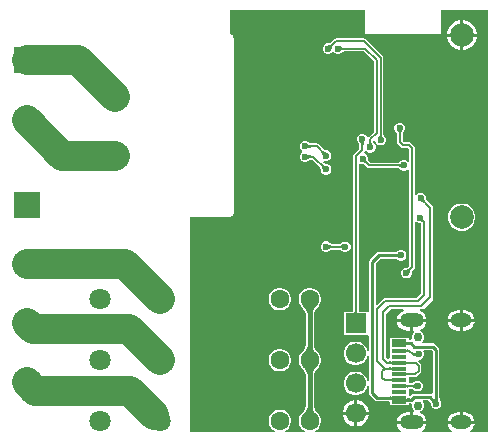
<source format=gtl>
G04*
G04 #@! TF.GenerationSoftware,Altium Limited,Altium Designer,23.4.1 (23)*
G04*
G04 Layer_Physical_Order=1*
G04 Layer_Color=255*
%FSLAX25Y25*%
%MOIN*%
G70*
G04*
G04 #@! TF.SameCoordinates,8CB6A174-BB40-4334-975E-19112FE07875*
G04*
G04*
G04 #@! TF.FilePolarity,Positive*
G04*
G01*
G75*
%ADD11C,0.01000*%
%ADD12R,0.05118X0.01181*%
%ADD25C,0.00800*%
%ADD26C,0.01500*%
%ADD27C,0.00600*%
%ADD28C,0.10000*%
%ADD29R,0.06693X0.06693*%
%ADD30C,0.06693*%
%ADD31R,0.09055X0.09055*%
%ADD32C,0.09055*%
%ADD33C,0.07874*%
%ADD34O,0.07874X0.04724*%
%ADD35O,0.07087X0.04724*%
%ADD36C,0.02953*%
%ADD37C,0.07087*%
%ADD38C,0.06299*%
%ADD39C,0.02362*%
%ADD40C,0.02000*%
%ADD41C,0.01968*%
G36*
X166324Y-119024D02*
X160536D01*
X160366Y-118524D01*
X160911Y-118106D01*
X161450Y-117404D01*
X161788Y-116586D01*
X161838Y-116208D01*
X157332D01*
X152825D01*
X152875Y-116586D01*
X153214Y-117404D01*
X153753Y-118106D01*
X154297Y-118524D01*
X154127Y-119024D01*
X144473D01*
X144303Y-118524D01*
X144847Y-118106D01*
X145386Y-117404D01*
X145725Y-116586D01*
X145775Y-116208D01*
X140875D01*
X135974D01*
X136024Y-116586D01*
X136363Y-117404D01*
X136902Y-118106D01*
X137446Y-118524D01*
X137276Y-119024D01*
X108777D01*
X108643Y-118524D01*
X109202Y-118200D01*
X109900Y-117502D01*
X110394Y-116647D01*
X110650Y-115694D01*
Y-114706D01*
X110394Y-113753D01*
X109900Y-112898D01*
X109616Y-112613D01*
X109570Y-112497D01*
X109305Y-112225D01*
X109080Y-111971D01*
X108886Y-111724D01*
X108721Y-111485D01*
X108586Y-111255D01*
X108479Y-111035D01*
X108398Y-110826D01*
X108343Y-110626D01*
X108311Y-110435D01*
X108298Y-110214D01*
X108276Y-110169D01*
Y-99931D01*
X108298Y-99886D01*
X108311Y-99665D01*
X108343Y-99474D01*
X108398Y-99274D01*
X108479Y-99065D01*
X108586Y-98845D01*
X108722Y-98615D01*
X108881Y-98384D01*
X109311Y-97868D01*
X109570Y-97602D01*
X109616Y-97487D01*
X109900Y-97202D01*
X110394Y-96347D01*
X110650Y-95394D01*
Y-94406D01*
X110394Y-93453D01*
X109900Y-92598D01*
X109616Y-92313D01*
X109570Y-92198D01*
X109305Y-91925D01*
X109080Y-91671D01*
X108886Y-91424D01*
X108721Y-91185D01*
X108586Y-90955D01*
X108479Y-90735D01*
X108398Y-90526D01*
X108343Y-90326D01*
X108311Y-90135D01*
X108298Y-89914D01*
X108276Y-89869D01*
Y-79631D01*
X108298Y-79586D01*
X108311Y-79365D01*
X108343Y-79174D01*
X108398Y-78974D01*
X108479Y-78765D01*
X108586Y-78545D01*
X108722Y-78315D01*
X108881Y-78084D01*
X109311Y-77568D01*
X109570Y-77302D01*
X109616Y-77187D01*
X109900Y-76902D01*
X110394Y-76047D01*
X110650Y-75094D01*
Y-74106D01*
X110394Y-73153D01*
X109900Y-72298D01*
X109202Y-71600D01*
X108347Y-71106D01*
X107394Y-70850D01*
X106406D01*
X105453Y-71106D01*
X104598Y-71600D01*
X103900Y-72298D01*
X103406Y-73153D01*
X103150Y-74106D01*
Y-75094D01*
X103406Y-76047D01*
X103900Y-76902D01*
X104184Y-77187D01*
X104230Y-77302D01*
X104495Y-77575D01*
X104720Y-77829D01*
X104914Y-78076D01*
X105078Y-78315D01*
X105214Y-78545D01*
X105321Y-78765D01*
X105402Y-78974D01*
X105457Y-79174D01*
X105489Y-79365D01*
X105502Y-79586D01*
X105524Y-79631D01*
Y-89869D01*
X105502Y-89914D01*
X105489Y-90135D01*
X105457Y-90326D01*
X105402Y-90526D01*
X105321Y-90735D01*
X105214Y-90955D01*
X105078Y-91185D01*
X104919Y-91416D01*
X104489Y-91932D01*
X104230Y-92198D01*
X104184Y-92313D01*
X103900Y-92598D01*
X103406Y-93453D01*
X103150Y-94406D01*
Y-95394D01*
X103406Y-96347D01*
X103900Y-97202D01*
X104184Y-97487D01*
X104230Y-97602D01*
X104495Y-97875D01*
X104720Y-98129D01*
X104914Y-98376D01*
X105078Y-98615D01*
X105214Y-98845D01*
X105321Y-99065D01*
X105402Y-99274D01*
X105457Y-99474D01*
X105489Y-99665D01*
X105502Y-99886D01*
X105524Y-99931D01*
Y-110169D01*
X105502Y-110214D01*
X105489Y-110435D01*
X105457Y-110626D01*
X105402Y-110826D01*
X105321Y-111035D01*
X105214Y-111255D01*
X105078Y-111485D01*
X104919Y-111716D01*
X104489Y-112232D01*
X104230Y-112497D01*
X104184Y-112613D01*
X103900Y-112898D01*
X103406Y-113753D01*
X103150Y-114706D01*
Y-115694D01*
X103406Y-116647D01*
X103900Y-117502D01*
X104598Y-118200D01*
X105157Y-118524D01*
X105023Y-119024D01*
X98777D01*
X98643Y-118524D01*
X99202Y-118200D01*
X99900Y-117502D01*
X100394Y-116647D01*
X100650Y-115694D01*
Y-114706D01*
X100394Y-113753D01*
X99900Y-112898D01*
X99202Y-112200D01*
X98347Y-111706D01*
X97394Y-111450D01*
X96406D01*
X95453Y-111706D01*
X94598Y-112200D01*
X93900Y-112898D01*
X93406Y-113753D01*
X93150Y-114706D01*
Y-115694D01*
X93406Y-116647D01*
X93900Y-117502D01*
X94598Y-118200D01*
X95157Y-118524D01*
X95023Y-119024D01*
X67000D01*
Y-47122D01*
X80400D01*
X80829Y-47036D01*
X81193Y-46793D01*
X81436Y-46429D01*
X81522Y-46000D01*
Y12500D01*
X81436Y12929D01*
X81193Y13293D01*
X80829Y13536D01*
X80400Y13622D01*
Y21824D01*
X125400D01*
Y13705D01*
X150700D01*
Y21824D01*
X166324D01*
X166324Y-119024D01*
D02*
G37*
G36*
X108828Y-77133D02*
X108363Y-77691D01*
X108174Y-77966D01*
X108014Y-78237D01*
X107883Y-78505D01*
X107781Y-78771D01*
X107708Y-79033D01*
X107665Y-79293D01*
X107650Y-79549D01*
X106150D01*
X106135Y-79293D01*
X106092Y-79033D01*
X106019Y-78771D01*
X105917Y-78505D01*
X105786Y-78237D01*
X105626Y-77966D01*
X105437Y-77691D01*
X105219Y-77413D01*
X104972Y-77133D01*
X104695Y-76849D01*
X109105D01*
X108828Y-77133D01*
D02*
G37*
G36*
X107665Y-90207D02*
X107708Y-90467D01*
X107781Y-90729D01*
X107883Y-90995D01*
X108014Y-91263D01*
X108174Y-91534D01*
X108363Y-91809D01*
X108581Y-92086D01*
X108828Y-92367D01*
X109105Y-92651D01*
X104695D01*
X104972Y-92367D01*
X105437Y-91809D01*
X105626Y-91534D01*
X105786Y-91263D01*
X105917Y-90995D01*
X106019Y-90729D01*
X106092Y-90467D01*
X106135Y-90207D01*
X106150Y-89951D01*
X107650D01*
X107665Y-90207D01*
D02*
G37*
G36*
X108828Y-97433D02*
X108363Y-97991D01*
X108174Y-98266D01*
X108014Y-98537D01*
X107883Y-98805D01*
X107781Y-99071D01*
X107708Y-99333D01*
X107665Y-99593D01*
X107650Y-99849D01*
X106150D01*
X106135Y-99593D01*
X106092Y-99333D01*
X106019Y-99071D01*
X105917Y-98805D01*
X105786Y-98537D01*
X105626Y-98266D01*
X105437Y-97991D01*
X105219Y-97714D01*
X104972Y-97433D01*
X104695Y-97149D01*
X109105D01*
X108828Y-97433D01*
D02*
G37*
G36*
X107665Y-110508D02*
X107708Y-110767D01*
X107781Y-111029D01*
X107883Y-111294D01*
X108014Y-111563D01*
X108174Y-111834D01*
X108363Y-112109D01*
X108581Y-112387D01*
X108828Y-112667D01*
X109105Y-112951D01*
X104695D01*
X104972Y-112667D01*
X105437Y-112109D01*
X105626Y-111834D01*
X105786Y-111563D01*
X105917Y-111294D01*
X106019Y-111029D01*
X106092Y-110767D01*
X106135Y-110508D01*
X106150Y-110251D01*
X107650D01*
X107665Y-110508D01*
D02*
G37*
%LPC*%
G36*
X158198Y18294D02*
X158048D01*
Y13857D01*
X162485D01*
Y14007D01*
X162149Y15263D01*
X161499Y16389D01*
X160579Y17308D01*
X159454Y17958D01*
X158198Y18294D01*
D02*
G37*
G36*
X157048D02*
X156898D01*
X155642Y17958D01*
X154517Y17308D01*
X153597Y16389D01*
X152947Y15263D01*
X152611Y14007D01*
Y13857D01*
X157048D01*
Y18294D01*
D02*
G37*
G36*
X162485Y12857D02*
X158048D01*
Y8420D01*
X158198D01*
X159454Y8757D01*
X160579Y9407D01*
X161499Y10326D01*
X162149Y11452D01*
X162485Y12707D01*
Y12857D01*
D02*
G37*
G36*
X157048D02*
X152611D01*
Y12707D01*
X152947Y11452D01*
X153597Y10326D01*
X154517Y9407D01*
X155642Y8757D01*
X156898Y8420D01*
X157048D01*
Y12857D01*
D02*
G37*
G36*
X124800Y12318D02*
X115500D01*
X115149Y12248D01*
X114851Y12049D01*
X113730Y10928D01*
X113663Y10904D01*
X113615Y10861D01*
X113588Y10841D01*
X113553Y10821D01*
X113510Y10802D01*
X113457Y10782D01*
X113392Y10765D01*
X113316Y10750D01*
X113228Y10739D01*
X113129Y10732D01*
X113002Y10730D01*
X112888Y10681D01*
X112646D01*
X111991Y10410D01*
X111490Y9909D01*
X111219Y9254D01*
Y8546D01*
X111490Y7891D01*
X111991Y7390D01*
X112646Y7119D01*
X113354D01*
X114009Y7390D01*
X114273Y7655D01*
X114600Y7840D01*
X114927Y7655D01*
X115191Y7390D01*
X115846Y7119D01*
X116554D01*
X117209Y7390D01*
X117380Y7561D01*
X117496Y7607D01*
X117587Y7696D01*
X117662Y7761D01*
X117732Y7815D01*
X117796Y7859D01*
X117854Y7892D01*
X117905Y7916D01*
X117950Y7933D01*
X117988Y7943D01*
X118021Y7948D01*
X118086Y7952D01*
X118150Y7982D01*
X125020D01*
X128382Y4620D01*
Y-18720D01*
X126557Y-20546D01*
X126149Y-20527D01*
X125979Y-20458D01*
X125910Y-20291D01*
X125409Y-19790D01*
X124754Y-19519D01*
X124046D01*
X123391Y-19790D01*
X122890Y-20291D01*
X122619Y-20946D01*
Y-21654D01*
X122890Y-22309D01*
X123059Y-22478D01*
X123103Y-22592D01*
X123168Y-22660D01*
X123211Y-22711D01*
X123246Y-22761D01*
X123274Y-22809D01*
X123298Y-22857D01*
X123316Y-22905D01*
X123331Y-22954D01*
X123341Y-23006D01*
X123348Y-23061D01*
X123351Y-23145D01*
X123380Y-23209D01*
Y-24393D01*
X121479Y-26294D01*
X121258Y-26625D01*
X121180Y-27016D01*
Y-78482D01*
X121151Y-78549D01*
X121147Y-78683D01*
X121141Y-78754D01*
X118254D01*
Y-86646D01*
X126078D01*
X126146Y-86646D01*
X126578Y-86811D01*
Y-91861D01*
X126078Y-91927D01*
X125877Y-91177D01*
X125358Y-90277D01*
X124623Y-89542D01*
X123723Y-89022D01*
X122720Y-88753D01*
X121680D01*
X120677Y-89022D01*
X119777Y-89542D01*
X119042Y-90277D01*
X118523Y-91177D01*
X118254Y-92180D01*
Y-93220D01*
X118523Y-94223D01*
X119042Y-95123D01*
X119777Y-95858D01*
X120677Y-96377D01*
X121680Y-96646D01*
X122720D01*
X123723Y-96377D01*
X124623Y-95858D01*
X125358Y-95123D01*
X125877Y-94223D01*
X126078Y-93473D01*
X126578Y-93539D01*
Y-101861D01*
X126078Y-101927D01*
X125877Y-101177D01*
X125358Y-100277D01*
X124623Y-99542D01*
X123723Y-99023D01*
X122720Y-98753D01*
X121680D01*
X120677Y-99023D01*
X119777Y-99542D01*
X119042Y-100277D01*
X118523Y-101177D01*
X118254Y-102180D01*
Y-103220D01*
X118523Y-104223D01*
X119042Y-105123D01*
X119777Y-105858D01*
X120677Y-106377D01*
X121680Y-106647D01*
X122720D01*
X123723Y-106377D01*
X124623Y-105858D01*
X125358Y-105123D01*
X125877Y-104223D01*
X126078Y-103473D01*
X126578Y-103539D01*
Y-105800D01*
X126578Y-105800D01*
X126664Y-106229D01*
X126907Y-106593D01*
X128665Y-108351D01*
X128665Y-108351D01*
X129029Y-108594D01*
X129458Y-108680D01*
X129458Y-108679D01*
X133049D01*
X133113Y-108707D01*
X133514Y-108715D01*
Y-109930D01*
X139832D01*
Y-109702D01*
X139856Y-109642D01*
X140091Y-109377D01*
X140518Y-109345D01*
X140885Y-109732D01*
Y-110491D01*
X141201Y-111254D01*
X141764Y-111817D01*
X141757Y-111927D01*
X141634Y-112317D01*
X141375D01*
Y-115208D01*
X145775D01*
X145725Y-114830D01*
X145386Y-114012D01*
X144847Y-113310D01*
X144145Y-112771D01*
X143669Y-112574D01*
Y-112033D01*
X144138Y-111838D01*
X144722Y-111254D01*
X145038Y-110491D01*
Y-109665D01*
X144722Y-108902D01*
X144604Y-108783D01*
X144795Y-108322D01*
X146335D01*
X146893Y-108879D01*
X146917Y-108942D01*
X146987Y-109016D01*
X147035Y-109073D01*
X147074Y-109126D01*
X147105Y-109175D01*
X147128Y-109218D01*
X147145Y-109257D01*
X147156Y-109292D01*
X147164Y-109324D01*
X147168Y-109353D01*
X147170Y-109413D01*
X147219Y-109519D01*
Y-109754D01*
X147490Y-110409D01*
X147991Y-110910D01*
X148646Y-111181D01*
X149354D01*
X150009Y-110910D01*
X150510Y-110409D01*
X150781Y-109754D01*
Y-109046D01*
X150510Y-108391D01*
X150344Y-108225D01*
X150303Y-108115D01*
X150262Y-108071D01*
X150244Y-108047D01*
X150227Y-108020D01*
X150211Y-107987D01*
X150195Y-107948D01*
X150181Y-107900D01*
X150168Y-107844D01*
X150158Y-107779D01*
X150152Y-107705D01*
X150149Y-107604D01*
X150122Y-107542D01*
Y-91500D01*
X150036Y-91071D01*
X149793Y-90707D01*
X149793Y-90707D01*
X148693Y-89607D01*
X148329Y-89364D01*
X147900Y-89278D01*
X147900Y-89278D01*
X144649D01*
X144442Y-88778D01*
X144722Y-88498D01*
X145038Y-87735D01*
Y-86909D01*
X144722Y-86146D01*
X144138Y-85562D01*
X143669Y-85367D01*
Y-84826D01*
X144145Y-84629D01*
X144847Y-84090D01*
X145386Y-83388D01*
X145725Y-82570D01*
X145775Y-82192D01*
X141375D01*
Y-85083D01*
X141634D01*
X141757Y-85473D01*
X141764Y-85583D01*
X141201Y-86146D01*
X140885Y-86909D01*
Y-87686D01*
X140851Y-87775D01*
X140691Y-87964D01*
X140507Y-88129D01*
X139831D01*
Y-87469D01*
X133513D01*
Y-91033D01*
X133514D01*
Y-92589D01*
X133510D01*
Y-94361D01*
X133010Y-94568D01*
X132420Y-93978D01*
Y-79422D01*
X133822Y-78020D01*
X138073D01*
X138173Y-78520D01*
X137604Y-78755D01*
X136902Y-79294D01*
X136363Y-79996D01*
X136024Y-80814D01*
X135974Y-81192D01*
X140875D01*
X145775D01*
X145725Y-80814D01*
X145386Y-79996D01*
X144847Y-79294D01*
X144145Y-78755D01*
X143576Y-78520D01*
X143676Y-78020D01*
X144100D01*
X144490Y-77942D01*
X144821Y-77721D01*
X147821Y-74721D01*
X148042Y-74390D01*
X148120Y-74000D01*
Y-44300D01*
X148042Y-43910D01*
X147821Y-43579D01*
X145871Y-41629D01*
X145846Y-41563D01*
X145789Y-41501D01*
X145755Y-41458D01*
X145726Y-41414D01*
X145701Y-41369D01*
X145680Y-41322D01*
X145663Y-41271D01*
X145649Y-41216D01*
X145639Y-41157D01*
X145633Y-41091D01*
X145630Y-40996D01*
X145581Y-40885D01*
Y-40646D01*
X145310Y-39991D01*
X144809Y-39490D01*
X144154Y-39219D01*
X143446D01*
X142791Y-39490D01*
X142418Y-39863D01*
X141918Y-39683D01*
Y-24100D01*
X141848Y-23749D01*
X141649Y-23451D01*
X140749Y-22551D01*
X140451Y-22352D01*
X140100Y-22282D01*
X138180D01*
X137818Y-21920D01*
Y-19550D01*
X137848Y-19486D01*
X137852Y-19421D01*
X137857Y-19388D01*
X137867Y-19350D01*
X137884Y-19305D01*
X137908Y-19254D01*
X137941Y-19196D01*
X137985Y-19132D01*
X138039Y-19062D01*
X138104Y-18987D01*
X138193Y-18896D01*
X138239Y-18780D01*
X138410Y-18609D01*
X138681Y-17954D01*
Y-17246D01*
X138410Y-16591D01*
X137909Y-16090D01*
X137254Y-15819D01*
X136546D01*
X135891Y-16090D01*
X135390Y-16591D01*
X135119Y-17246D01*
Y-17954D01*
X135390Y-18609D01*
X135561Y-18780D01*
X135607Y-18896D01*
X135696Y-18987D01*
X135761Y-19062D01*
X135815Y-19132D01*
X135859Y-19196D01*
X135892Y-19254D01*
X135916Y-19305D01*
X135933Y-19350D01*
X135943Y-19388D01*
X135948Y-19421D01*
X135951Y-19486D01*
X135982Y-19550D01*
Y-22300D01*
X136052Y-22651D01*
X136251Y-22949D01*
X137151Y-23849D01*
X137449Y-24048D01*
X137800Y-24118D01*
X139720D01*
X140082Y-24480D01*
Y-28556D01*
X139582Y-28763D01*
X139309Y-28490D01*
X138654Y-28219D01*
X137946D01*
X137291Y-28490D01*
X137120Y-28661D01*
X137004Y-28707D01*
X136913Y-28795D01*
X136838Y-28861D01*
X136768Y-28915D01*
X136704Y-28959D01*
X136646Y-28992D01*
X136595Y-29016D01*
X136550Y-29033D01*
X136512Y-29043D01*
X136479Y-29048D01*
X136414Y-29052D01*
X136350Y-29082D01*
X127080D01*
X126528Y-28530D01*
X126504Y-28463D01*
X126461Y-28415D01*
X126441Y-28388D01*
X126421Y-28353D01*
X126401Y-28310D01*
X126382Y-28257D01*
X126365Y-28192D01*
X126350Y-28116D01*
X126339Y-28028D01*
X126332Y-27929D01*
X126330Y-27802D01*
X126281Y-27688D01*
Y-27446D01*
X126010Y-26791D01*
X125509Y-26290D01*
X125202Y-26163D01*
X125084Y-25573D01*
X125121Y-25536D01*
X125237Y-25363D01*
X125725Y-25247D01*
X125841Y-25260D01*
X126091Y-25510D01*
X126746Y-25781D01*
X127454D01*
X128109Y-25510D01*
X128610Y-25009D01*
X128881Y-24354D01*
Y-23646D01*
X128610Y-22991D01*
X128439Y-22820D01*
X128393Y-22704D01*
X128304Y-22613D01*
X128239Y-22538D01*
X128185Y-22468D01*
X128141Y-22404D01*
X128108Y-22346D01*
X128084Y-22295D01*
X128067Y-22250D01*
X128057Y-22212D01*
X128052Y-22179D01*
X128049Y-22114D01*
X128018Y-22050D01*
Y-21931D01*
X128219Y-21781D01*
X128582Y-21907D01*
X128743Y-22013D01*
X128990Y-22609D01*
X129491Y-23110D01*
X130146Y-23381D01*
X130854D01*
X131509Y-23110D01*
X132010Y-22609D01*
X132281Y-21954D01*
Y-21246D01*
X132010Y-20591D01*
X131839Y-20420D01*
X131793Y-20304D01*
X131704Y-20213D01*
X131639Y-20138D01*
X131585Y-20068D01*
X131541Y-20004D01*
X131508Y-19946D01*
X131484Y-19895D01*
X131467Y-19850D01*
X131457Y-19812D01*
X131452Y-19779D01*
X131448Y-19714D01*
X131418Y-19650D01*
Y5700D01*
X131348Y6051D01*
X131149Y6349D01*
X125449Y12049D01*
X125151Y12248D01*
X124800Y12318D01*
D02*
G37*
G36*
X105754Y-21919D02*
X105046D01*
X104391Y-22190D01*
X103890Y-22691D01*
X103619Y-23346D01*
Y-24054D01*
X103890Y-24709D01*
X104277Y-25096D01*
X104347Y-25400D01*
X104277Y-25704D01*
X103890Y-26091D01*
X103619Y-26746D01*
Y-27454D01*
X103890Y-28109D01*
X104391Y-28610D01*
X105046Y-28881D01*
X105754D01*
X106409Y-28610D01*
X106578Y-28441D01*
X106692Y-28397D01*
X106760Y-28332D01*
X106811Y-28289D01*
X106861Y-28255D01*
X106909Y-28226D01*
X106957Y-28202D01*
X107005Y-28184D01*
X107054Y-28169D01*
X107106Y-28159D01*
X107161Y-28152D01*
X107245Y-28149D01*
X107309Y-28120D01*
X107678D01*
X110229Y-30671D01*
X110254Y-30737D01*
X110311Y-30799D01*
X110345Y-30843D01*
X110374Y-30886D01*
X110399Y-30931D01*
X110420Y-30979D01*
X110437Y-31029D01*
X110451Y-31084D01*
X110461Y-31143D01*
X110468Y-31209D01*
X110470Y-31304D01*
X110519Y-31415D01*
Y-31654D01*
X110790Y-32309D01*
X111291Y-32810D01*
X111946Y-33081D01*
X112654D01*
X113309Y-32810D01*
X113810Y-32309D01*
X114081Y-31654D01*
Y-30946D01*
X113810Y-30291D01*
X113309Y-29790D01*
X112654Y-29519D01*
X112415D01*
X112304Y-29470D01*
X112209Y-29467D01*
X112143Y-29461D01*
X112083Y-29451D01*
X112029Y-29437D01*
X111978Y-29420D01*
X111931Y-29399D01*
X111886Y-29374D01*
X111843Y-29345D01*
X111799Y-29311D01*
X111737Y-29254D01*
X111671Y-29229D01*
X111281Y-28839D01*
X111564Y-28415D01*
X111965Y-28581D01*
X112673D01*
X113328Y-28310D01*
X113829Y-27809D01*
X114100Y-27154D01*
Y-26446D01*
X113829Y-25791D01*
X113328Y-25290D01*
X112673Y-25019D01*
X112434D01*
X112323Y-24970D01*
X112228Y-24968D01*
X112162Y-24961D01*
X112102Y-24951D01*
X112048Y-24937D01*
X111997Y-24920D01*
X111950Y-24899D01*
X111905Y-24874D01*
X111861Y-24845D01*
X111818Y-24811D01*
X111756Y-24754D01*
X111690Y-24729D01*
X109940Y-22979D01*
X109609Y-22758D01*
X109219Y-22680D01*
X107309D01*
X107245Y-22651D01*
X107161Y-22648D01*
X107106Y-22641D01*
X107054Y-22631D01*
X107005Y-22616D01*
X106957Y-22598D01*
X106909Y-22574D01*
X106861Y-22546D01*
X106811Y-22511D01*
X106760Y-22468D01*
X106692Y-22403D01*
X106578Y-22359D01*
X106409Y-22190D01*
X105754Y-21919D01*
D02*
G37*
G36*
X158145Y-42735D02*
X156951D01*
X155797Y-43045D01*
X154762Y-43642D01*
X153918Y-44487D01*
X153320Y-45521D01*
X153011Y-46675D01*
Y-47870D01*
X153320Y-49024D01*
X153918Y-50058D01*
X154762Y-50903D01*
X155797Y-51500D01*
X156951Y-51810D01*
X158145D01*
X159299Y-51500D01*
X160334Y-50903D01*
X161179Y-50058D01*
X161776Y-49024D01*
X162085Y-47870D01*
Y-46675D01*
X161776Y-45521D01*
X161179Y-44487D01*
X160334Y-43642D01*
X159299Y-43045D01*
X158145Y-42735D01*
D02*
G37*
G36*
X112673Y-55319D02*
X111965D01*
X111310Y-55590D01*
X110809Y-56091D01*
X110538Y-56746D01*
Y-57454D01*
X110809Y-58109D01*
X111310Y-58610D01*
X111965Y-58881D01*
X112673D01*
X113328Y-58610D01*
X113453Y-58484D01*
X113555Y-58450D01*
X113628Y-58386D01*
X113684Y-58343D01*
X113738Y-58307D01*
X113791Y-58277D01*
X113843Y-58253D01*
X113895Y-58234D01*
X113948Y-58219D01*
X114003Y-58209D01*
X114059Y-58202D01*
X114144Y-58199D01*
X114208Y-58170D01*
X116772D01*
X116834Y-58199D01*
X116836Y-58198D01*
X116838Y-58199D01*
X116922Y-58202D01*
X116975Y-58209D01*
X117024Y-58219D01*
X117069Y-58233D01*
X117113Y-58251D01*
X117157Y-58273D01*
X117200Y-58301D01*
X117245Y-58335D01*
X117292Y-58376D01*
X117356Y-58442D01*
X117475Y-58494D01*
X117691Y-58710D01*
X118346Y-58981D01*
X119054D01*
X119709Y-58710D01*
X120210Y-58209D01*
X120481Y-57554D01*
Y-56846D01*
X120210Y-56191D01*
X119709Y-55690D01*
X119054Y-55419D01*
X118346D01*
X117691Y-55690D01*
X117565Y-55816D01*
X117464Y-55850D01*
X117391Y-55914D01*
X117335Y-55957D01*
X117281Y-55993D01*
X117228Y-56023D01*
X117176Y-56047D01*
X117123Y-56066D01*
X117071Y-56081D01*
X117016Y-56091D01*
X116960Y-56098D01*
X116875Y-56101D01*
X116811Y-56130D01*
X114247D01*
X114185Y-56101D01*
X114183Y-56102D01*
X114181Y-56101D01*
X114097Y-56098D01*
X114044Y-56091D01*
X113995Y-56081D01*
X113950Y-56067D01*
X113906Y-56049D01*
X113862Y-56027D01*
X113819Y-55999D01*
X113774Y-55965D01*
X113727Y-55924D01*
X113663Y-55858D01*
X113544Y-55806D01*
X113328Y-55590D01*
X112673Y-55319D01*
D02*
G37*
G36*
X97394Y-70850D02*
X96406D01*
X95453Y-71106D01*
X94598Y-71600D01*
X93900Y-72298D01*
X93406Y-73153D01*
X93150Y-74106D01*
Y-75094D01*
X93406Y-76047D01*
X93900Y-76902D01*
X94598Y-77600D01*
X95453Y-78094D01*
X96406Y-78350D01*
X97394D01*
X98347Y-78094D01*
X99202Y-77600D01*
X99900Y-76902D01*
X100394Y-76047D01*
X100650Y-75094D01*
Y-74106D01*
X100394Y-73153D01*
X99900Y-72298D01*
X99202Y-71600D01*
X98347Y-71106D01*
X97394Y-70850D01*
D02*
G37*
G36*
X158513Y-78301D02*
X157832D01*
Y-81192D01*
X161838D01*
X161788Y-80814D01*
X161450Y-79996D01*
X160911Y-79294D01*
X160208Y-78755D01*
X159390Y-78416D01*
X158513Y-78301D01*
D02*
G37*
G36*
X156832D02*
X156150D01*
X155273Y-78416D01*
X154455Y-78755D01*
X153753Y-79294D01*
X153214Y-79996D01*
X152875Y-80814D01*
X152825Y-81192D01*
X156832D01*
Y-78301D01*
D02*
G37*
G36*
X161838Y-82192D02*
X157832D01*
Y-85083D01*
X158513D01*
X159390Y-84968D01*
X160208Y-84629D01*
X160911Y-84090D01*
X161450Y-83388D01*
X161788Y-82570D01*
X161838Y-82192D01*
D02*
G37*
G36*
X156832D02*
X152825D01*
X152875Y-82570D01*
X153214Y-83388D01*
X153753Y-84090D01*
X154455Y-84629D01*
X155273Y-84968D01*
X156150Y-85083D01*
X156832D01*
Y-82192D01*
D02*
G37*
G36*
X140375D02*
X135974D01*
X136024Y-82570D01*
X136363Y-83388D01*
X136902Y-84090D01*
X137604Y-84629D01*
X138422Y-84968D01*
X139300Y-85083D01*
X140375D01*
Y-82192D01*
D02*
G37*
G36*
X97394Y-91150D02*
X96406D01*
X95453Y-91406D01*
X94598Y-91900D01*
X93900Y-92598D01*
X93406Y-93453D01*
X93150Y-94406D01*
Y-95394D01*
X93406Y-96347D01*
X93900Y-97202D01*
X94598Y-97900D01*
X95453Y-98394D01*
X96406Y-98650D01*
X97394D01*
X98347Y-98394D01*
X99202Y-97900D01*
X99900Y-97202D01*
X100394Y-96347D01*
X100650Y-95394D01*
Y-94406D01*
X100394Y-93453D01*
X99900Y-92598D01*
X99202Y-91900D01*
X98347Y-91406D01*
X97394Y-91150D01*
D02*
G37*
G36*
X122772Y-108353D02*
X122700D01*
Y-112200D01*
X126547D01*
Y-112128D01*
X126250Y-111022D01*
X125678Y-110031D01*
X124869Y-109222D01*
X123878Y-108650D01*
X122772Y-108353D01*
D02*
G37*
G36*
X121700D02*
X121628D01*
X120522Y-108650D01*
X119531Y-109222D01*
X118722Y-110031D01*
X118150Y-111022D01*
X117853Y-112128D01*
Y-112200D01*
X121700D01*
Y-108353D01*
D02*
G37*
G36*
X158513Y-112317D02*
X157832D01*
Y-115208D01*
X161838D01*
X161788Y-114830D01*
X161450Y-114012D01*
X160911Y-113310D01*
X160208Y-112771D01*
X159390Y-112432D01*
X158513Y-112317D01*
D02*
G37*
G36*
X156832D02*
X156150D01*
X155273Y-112432D01*
X154455Y-112771D01*
X153753Y-113310D01*
X153214Y-114012D01*
X152875Y-114830D01*
X152825Y-115208D01*
X156832D01*
Y-112317D01*
D02*
G37*
G36*
X140375D02*
X139300D01*
X138422Y-112432D01*
X137604Y-112771D01*
X136902Y-113310D01*
X136363Y-114012D01*
X136024Y-114830D01*
X135974Y-115208D01*
X140375D01*
Y-112317D01*
D02*
G37*
G36*
X126547Y-113200D02*
X122700D01*
Y-117046D01*
X122772D01*
X123878Y-116750D01*
X124869Y-116178D01*
X125678Y-115369D01*
X126250Y-114378D01*
X126547Y-113272D01*
Y-113200D01*
D02*
G37*
G36*
X121700D02*
X117853D01*
Y-113272D01*
X118150Y-114378D01*
X118722Y-115369D01*
X119531Y-116178D01*
X120522Y-116750D01*
X121628Y-117046D01*
X121700D01*
Y-113200D01*
D02*
G37*
%LPD*%
G36*
X114521Y9997D02*
X114455Y9923D01*
X114396Y9842D01*
X114345Y9753D01*
X114300Y9656D01*
X114262Y9552D01*
X114232Y9439D01*
X114208Y9319D01*
X114192Y9191D01*
X114183Y9055D01*
X114181Y8912D01*
X113012Y10081D01*
X113155Y10083D01*
X113291Y10092D01*
X113419Y10108D01*
X113539Y10132D01*
X113652Y10162D01*
X113756Y10200D01*
X113853Y10244D01*
X113942Y10296D01*
X114023Y10355D01*
X114097Y10421D01*
X114521Y9997D01*
D02*
G37*
G36*
X117147Y9627D02*
X117249Y9537D01*
X117351Y9458D01*
X117453Y9390D01*
X117553Y9332D01*
X117654Y9284D01*
X117754Y9247D01*
X117853Y9221D01*
X117953Y9205D01*
X118051Y9200D01*
Y8600D01*
X117953Y8595D01*
X117853Y8579D01*
X117754Y8553D01*
X117654Y8516D01*
X117553Y8468D01*
X117453Y8410D01*
X117351Y8342D01*
X117249Y8263D01*
X117147Y8173D01*
X117043Y8073D01*
Y9727D01*
X117147Y9627D01*
D02*
G37*
G36*
X137627Y-18546D02*
X137537Y-18649D01*
X137458Y-18751D01*
X137390Y-18853D01*
X137332Y-18954D01*
X137284Y-19054D01*
X137247Y-19154D01*
X137221Y-19253D01*
X137205Y-19353D01*
X137200Y-19451D01*
X136600D01*
X136595Y-19353D01*
X136579Y-19253D01*
X136553Y-19154D01*
X136516Y-19054D01*
X136468Y-18954D01*
X136410Y-18853D01*
X136342Y-18751D01*
X136263Y-18649D01*
X136173Y-18546D01*
X136073Y-18443D01*
X137727D01*
X137627Y-18546D01*
D02*
G37*
G36*
X130805Y-19848D02*
X130821Y-19947D01*
X130847Y-20046D01*
X130884Y-20146D01*
X130932Y-20246D01*
X130990Y-20347D01*
X131058Y-20449D01*
X131137Y-20551D01*
X131227Y-20653D01*
X131327Y-20756D01*
X129673D01*
X129773Y-20653D01*
X129863Y-20551D01*
X129942Y-20449D01*
X130010Y-20347D01*
X130068Y-20246D01*
X130116Y-20146D01*
X130153Y-20046D01*
X130179Y-19947D01*
X130195Y-19848D01*
X130200Y-19749D01*
X130800D01*
X130805Y-19848D01*
D02*
G37*
G36*
X125146Y-22229D02*
X125073Y-22316D01*
X125009Y-22407D01*
X124954Y-22501D01*
X124907Y-22597D01*
X124868Y-22696D01*
X124838Y-22798D01*
X124817Y-22902D01*
X124804Y-23010D01*
X124800Y-23120D01*
X124000D01*
X123996Y-23010D01*
X123983Y-22902D01*
X123962Y-22798D01*
X123932Y-22696D01*
X123893Y-22597D01*
X123846Y-22501D01*
X123791Y-22407D01*
X123727Y-22316D01*
X123654Y-22229D01*
X123573Y-22143D01*
X125227D01*
X125146Y-22229D01*
D02*
G37*
G36*
X127405Y-22248D02*
X127421Y-22346D01*
X127447Y-22446D01*
X127484Y-22546D01*
X127532Y-22647D01*
X127590Y-22748D01*
X127658Y-22849D01*
X127737Y-22951D01*
X127827Y-23054D01*
X127927Y-23156D01*
X126273D01*
X126373Y-23054D01*
X126463Y-22951D01*
X126542Y-22849D01*
X126610Y-22748D01*
X126668Y-22647D01*
X126716Y-22546D01*
X126753Y-22446D01*
X126779Y-22346D01*
X126795Y-22248D01*
X126800Y-22149D01*
X127400D01*
X127405Y-22248D01*
D02*
G37*
G36*
X125683Y-27955D02*
X125692Y-28091D01*
X125708Y-28219D01*
X125732Y-28339D01*
X125762Y-28452D01*
X125800Y-28556D01*
X125845Y-28653D01*
X125896Y-28742D01*
X125955Y-28823D01*
X126021Y-28897D01*
X125597Y-29321D01*
X125523Y-29255D01*
X125442Y-29196D01*
X125353Y-29144D01*
X125256Y-29100D01*
X125152Y-29062D01*
X125039Y-29032D01*
X124919Y-29008D01*
X124791Y-28992D01*
X124655Y-28983D01*
X124512Y-28981D01*
X125681Y-27812D01*
X125683Y-27955D01*
D02*
G37*
G36*
X137457Y-30827D02*
X137354Y-30727D01*
X137251Y-30637D01*
X137149Y-30558D01*
X137048Y-30490D01*
X136946Y-30432D01*
X136846Y-30384D01*
X136746Y-30347D01*
X136646Y-30321D01*
X136548Y-30305D01*
X136449Y-30300D01*
Y-29700D01*
X136548Y-29695D01*
X136646Y-29679D01*
X136746Y-29653D01*
X136846Y-29616D01*
X136946Y-29568D01*
X137048Y-29510D01*
X137149Y-29442D01*
X137251Y-29363D01*
X137354Y-29273D01*
X137457Y-29173D01*
Y-30827D01*
D02*
G37*
G36*
X144984Y-41129D02*
X144995Y-41243D01*
X145013Y-41352D01*
X145040Y-41457D01*
X145075Y-41559D01*
X145118Y-41656D01*
X145169Y-41749D01*
X145228Y-41838D01*
X145295Y-41923D01*
X145370Y-42004D01*
X144804Y-42570D01*
X144723Y-42495D01*
X144638Y-42428D01*
X144549Y-42369D01*
X144456Y-42318D01*
X144359Y-42275D01*
X144257Y-42240D01*
X144152Y-42213D01*
X144043Y-42195D01*
X143929Y-42184D01*
X143812Y-42181D01*
X144981Y-41012D01*
X144984Y-41129D01*
D02*
G37*
G36*
X144684Y-47529D02*
X144695Y-47643D01*
X144713Y-47752D01*
X144740Y-47857D01*
X144775Y-47959D01*
X144818Y-48056D01*
X144869Y-48149D01*
X144928Y-48238D01*
X144995Y-48323D01*
X145070Y-48404D01*
X144504Y-48970D01*
X144423Y-48895D01*
X144338Y-48828D01*
X144249Y-48769D01*
X144156Y-48718D01*
X144059Y-48675D01*
X143957Y-48640D01*
X143852Y-48614D01*
X143743Y-48595D01*
X143629Y-48584D01*
X143512Y-48581D01*
X144681Y-47412D01*
X144684Y-47529D01*
D02*
G37*
G36*
X136457Y-60827D02*
X136390Y-60765D01*
X136317Y-60709D01*
X136238Y-60660D01*
X136153Y-60618D01*
X136063Y-60582D01*
X135966Y-60552D01*
X135864Y-60529D01*
X135756Y-60513D01*
X135641Y-60503D01*
X135521Y-60500D01*
Y-59500D01*
X135641Y-59497D01*
X135756Y-59487D01*
X135864Y-59471D01*
X135966Y-59448D01*
X136063Y-59418D01*
X136153Y-59382D01*
X136238Y-59340D01*
X136317Y-59291D01*
X136390Y-59235D01*
X136457Y-59173D01*
Y-60827D01*
D02*
G37*
G36*
X124146Y-29581D02*
X124388D01*
X124503Y-29630D01*
X124629Y-29632D01*
X124728Y-29639D01*
X124816Y-29650D01*
X124892Y-29665D01*
X124957Y-29682D01*
X125010Y-29702D01*
X125053Y-29721D01*
X125088Y-29741D01*
X125115Y-29761D01*
X125163Y-29804D01*
X125230Y-29828D01*
X126051Y-30649D01*
X126349Y-30848D01*
X126700Y-30918D01*
X136350D01*
X136414Y-30948D01*
X136479Y-30952D01*
X136512Y-30957D01*
X136550Y-30967D01*
X136595Y-30984D01*
X136646Y-31008D01*
X136704Y-31041D01*
X136768Y-31085D01*
X136838Y-31139D01*
X136913Y-31204D01*
X137004Y-31293D01*
X137120Y-31339D01*
X137291Y-31510D01*
X137946Y-31781D01*
X138654D01*
X139309Y-31510D01*
X139582Y-31236D01*
X140082Y-31444D01*
Y-63620D01*
X139830Y-63872D01*
X139763Y-63896D01*
X139715Y-63939D01*
X139688Y-63959D01*
X139653Y-63979D01*
X139610Y-63999D01*
X139557Y-64018D01*
X139492Y-64035D01*
X139416Y-64050D01*
X139328Y-64061D01*
X139229Y-64068D01*
X139102Y-64070D01*
X138988Y-64119D01*
X138746D01*
X138091Y-64390D01*
X137590Y-64891D01*
X137319Y-65546D01*
Y-66254D01*
X137590Y-66909D01*
X138091Y-67410D01*
X138746Y-67681D01*
X139454D01*
X140109Y-67410D01*
X140610Y-66909D01*
X140881Y-66254D01*
Y-66012D01*
X140930Y-65898D01*
X140932Y-65771D01*
X140939Y-65672D01*
X140950Y-65584D01*
X140965Y-65508D01*
X140982Y-65443D01*
X141001Y-65390D01*
X141021Y-65347D01*
X141041Y-65312D01*
X141061Y-65285D01*
X141104Y-65237D01*
X141128Y-65170D01*
X141649Y-64649D01*
X141848Y-64351D01*
X141918Y-64000D01*
Y-49044D01*
X142418Y-48836D01*
X142491Y-48910D01*
X143146Y-49181D01*
X143385D01*
X143496Y-49230D01*
X143590Y-49233D01*
X143657Y-49239D01*
X143717Y-49249D01*
X143771Y-49263D01*
X143822Y-49280D01*
X143869Y-49301D01*
X143914Y-49326D01*
X143957Y-49355D01*
X143980Y-49373D01*
Y-72678D01*
X142378Y-74280D01*
X132100D01*
X131710Y-74358D01*
X131379Y-74579D01*
X129283Y-76675D01*
X128822Y-76483D01*
Y-62665D01*
X130365Y-61122D01*
X135442D01*
X135504Y-61149D01*
X135605Y-61152D01*
X135679Y-61158D01*
X135744Y-61168D01*
X135800Y-61181D01*
X135848Y-61195D01*
X135887Y-61211D01*
X135920Y-61227D01*
X135948Y-61244D01*
X135971Y-61262D01*
X136015Y-61303D01*
X136125Y-61344D01*
X136291Y-61510D01*
X136946Y-61781D01*
X137654D01*
X138309Y-61510D01*
X138810Y-61009D01*
X139081Y-60354D01*
Y-59646D01*
X138810Y-58991D01*
X138309Y-58490D01*
X137654Y-58219D01*
X136946D01*
X136291Y-58490D01*
X136125Y-58656D01*
X136015Y-58697D01*
X135971Y-58738D01*
X135948Y-58756D01*
X135920Y-58773D01*
X135887Y-58789D01*
X135848Y-58805D01*
X135800Y-58819D01*
X135744Y-58832D01*
X135679Y-58842D01*
X135605Y-58848D01*
X135504Y-58851D01*
X135442Y-58878D01*
X129900D01*
X129900Y-58878D01*
X129471Y-58964D01*
X129107Y-59207D01*
X126907Y-61407D01*
X126664Y-61771D01*
X126578Y-62200D01*
X126578Y-62200D01*
Y-78589D01*
X126146Y-78754D01*
X126078Y-78754D01*
X123259D01*
X123253Y-78683D01*
X123249Y-78549D01*
X123220Y-78482D01*
Y-29692D01*
X123720Y-29405D01*
X124146Y-29581D01*
D02*
G37*
G36*
X140621Y-64803D02*
X140555Y-64877D01*
X140496Y-64958D01*
X140445Y-65047D01*
X140400Y-65144D01*
X140362Y-65248D01*
X140332Y-65361D01*
X140308Y-65481D01*
X140292Y-65609D01*
X140283Y-65745D01*
X140281Y-65888D01*
X139112Y-64719D01*
X139255Y-64717D01*
X139391Y-64708D01*
X139519Y-64692D01*
X139639Y-64668D01*
X139752Y-64638D01*
X139856Y-64600D01*
X139953Y-64556D01*
X140042Y-64504D01*
X140123Y-64445D01*
X140197Y-64379D01*
X140621Y-64803D01*
D02*
G37*
G36*
X122604Y-78720D02*
X122616Y-78858D01*
X122636Y-78980D01*
X122664Y-79085D01*
X122700Y-79175D01*
X122744Y-79248D01*
X122796Y-79304D01*
X122856Y-79345D01*
X122924Y-79369D01*
X123000Y-79378D01*
X121400D01*
X121476Y-79369D01*
X121544Y-79345D01*
X121604Y-79304D01*
X121656Y-79248D01*
X121700Y-79175D01*
X121736Y-79085D01*
X121764Y-78980D01*
X121784Y-78858D01*
X121796Y-78720D01*
X121800Y-78566D01*
X122600D01*
X122604Y-78720D01*
D02*
G37*
G36*
X139227Y-91265D02*
X139251Y-91296D01*
X139291Y-91322D01*
X139346Y-91346D01*
X139417Y-91365D01*
X139504Y-91381D01*
X139607Y-91394D01*
X139860Y-91408D01*
X140010Y-91410D01*
Y-92210D01*
X139860Y-92212D01*
X139504Y-92239D01*
X139417Y-92255D01*
X139346Y-92274D01*
X139291Y-92298D01*
X139251Y-92324D01*
X139227Y-92355D01*
X139220Y-92388D01*
Y-91231D01*
X139227Y-91265D01*
D02*
G37*
G36*
X142357Y-93827D02*
X142271Y-93746D01*
X142184Y-93673D01*
X142093Y-93609D01*
X141999Y-93554D01*
X141903Y-93507D01*
X141804Y-93468D01*
X141702Y-93438D01*
X141598Y-93417D01*
X141490Y-93404D01*
X141380Y-93400D01*
Y-92600D01*
X141490Y-92596D01*
X141598Y-92583D01*
X141702Y-92562D01*
X141804Y-92532D01*
X141903Y-92493D01*
X141999Y-92446D01*
X142093Y-92391D01*
X142184Y-92327D01*
X142271Y-92254D01*
X142357Y-92173D01*
Y-93827D01*
D02*
G37*
G36*
X139226Y-95221D02*
X139244Y-95269D01*
X139274Y-95310D01*
X139316Y-95347D01*
X139370Y-95377D01*
X139436Y-95402D01*
X139514Y-95422D01*
X139604Y-95436D01*
X139706Y-95444D01*
X139820Y-95447D01*
Y-96047D01*
X139706Y-96050D01*
X139604Y-96058D01*
X139514Y-96072D01*
X139436Y-96092D01*
X139370Y-96117D01*
X139316Y-96147D01*
X139274Y-96184D01*
X139244Y-96225D01*
X139226Y-96273D01*
X139220Y-96325D01*
Y-95168D01*
X139226Y-95221D01*
D02*
G37*
G36*
X134125Y-96325D02*
X134118Y-96292D01*
X134094Y-96261D01*
X134054Y-96235D01*
X133998Y-96211D01*
X133925Y-96192D01*
X133838Y-96176D01*
X133733Y-96163D01*
X133477Y-96149D01*
X133326Y-96147D01*
Y-95347D01*
X133477Y-95345D01*
X133838Y-95318D01*
X133925Y-95302D01*
X133998Y-95283D01*
X134054Y-95259D01*
X134094Y-95233D01*
X134118Y-95202D01*
X134125Y-95168D01*
Y-96325D01*
D02*
G37*
G36*
Y-98295D02*
X134118Y-98261D01*
X134094Y-98230D01*
X134054Y-98203D01*
X133998Y-98180D01*
X133925Y-98161D01*
X133838Y-98145D01*
X133733Y-98132D01*
X133477Y-98118D01*
X133326Y-98116D01*
Y-97316D01*
X133477Y-97314D01*
X133838Y-97287D01*
X133925Y-97271D01*
X133998Y-97252D01*
X134054Y-97228D01*
X134094Y-97202D01*
X134118Y-97171D01*
X134125Y-97137D01*
Y-98295D01*
D02*
G37*
G36*
X139226Y-99158D02*
X139244Y-99206D01*
X139274Y-99247D01*
X139316Y-99284D01*
X139370Y-99314D01*
X139436Y-99339D01*
X139514Y-99359D01*
X139604Y-99373D01*
X139706Y-99381D01*
X139820Y-99384D01*
Y-99984D01*
X139706Y-99987D01*
X139604Y-99995D01*
X139514Y-100009D01*
X139436Y-100029D01*
X139370Y-100054D01*
X139316Y-100084D01*
X139274Y-100120D01*
X139244Y-100162D01*
X139226Y-100210D01*
X139220Y-100262D01*
Y-99105D01*
X139226Y-99158D01*
D02*
G37*
G36*
X134125Y-102232D02*
X134120Y-102179D01*
X134101Y-102131D01*
X134072Y-102090D01*
X134029Y-102053D01*
X133976Y-102023D01*
X133909Y-101998D01*
X133832Y-101978D01*
X133742Y-101964D01*
X133640Y-101956D01*
X133526Y-101953D01*
Y-101353D01*
X133640Y-101350D01*
X133742Y-101342D01*
X133832Y-101328D01*
X133909Y-101308D01*
X133976Y-101283D01*
X134029Y-101253D01*
X134072Y-101216D01*
X134101Y-101175D01*
X134120Y-101127D01*
X134125Y-101075D01*
Y-102232D01*
D02*
G37*
G36*
X139228Y-103074D02*
X139252Y-103103D01*
X139292Y-103128D01*
X139348Y-103150D01*
X139420Y-103168D01*
X139508Y-103184D01*
X139612Y-103195D01*
X139868Y-103209D01*
X140020Y-103210D01*
Y-104010D01*
X139868Y-104012D01*
X139508Y-104041D01*
X139420Y-104058D01*
X139348Y-104079D01*
X139292Y-104103D01*
X139252Y-104131D01*
X139228Y-104164D01*
X139220Y-104200D01*
Y-103042D01*
X139228Y-103074D01*
D02*
G37*
G36*
X141964Y-104434D02*
X141878Y-104354D01*
X141789Y-104282D01*
X141698Y-104218D01*
X141604Y-104163D01*
X141507Y-104116D01*
X141408Y-104078D01*
X141306Y-104049D01*
X141201Y-104027D01*
X141094Y-104015D01*
X140984Y-104010D01*
X140976Y-103210D01*
X141087Y-103206D01*
X141194Y-103193D01*
X141299Y-103172D01*
X141400Y-103142D01*
X141499Y-103103D01*
X141595Y-103056D01*
X141688Y-103000D01*
X141778Y-102936D01*
X141865Y-102862D01*
X141949Y-102781D01*
X141964Y-104434D01*
D02*
G37*
G36*
X147878Y-91965D02*
Y-106003D01*
X147378Y-106263D01*
X147229Y-106164D01*
X146800Y-106078D01*
X146800Y-106078D01*
X141500D01*
X141071Y-106164D01*
X140707Y-106407D01*
X140707Y-106407D01*
X140332Y-106782D01*
X139832Y-106575D01*
Y-106368D01*
X139828D01*
Y-104812D01*
X139832D01*
Y-104667D01*
X139897Y-104662D01*
X140028Y-104660D01*
X140097Y-104630D01*
X140895D01*
X140959Y-104659D01*
X141043Y-104663D01*
X141099Y-104669D01*
X141151Y-104680D01*
X141201Y-104694D01*
X141250Y-104713D01*
X141298Y-104737D01*
X141348Y-104766D01*
X141399Y-104801D01*
X141451Y-104843D01*
X141520Y-104908D01*
X141631Y-104950D01*
X141791Y-105110D01*
X142446Y-105381D01*
X143154D01*
X143809Y-105110D01*
X144310Y-104609D01*
X144581Y-103954D01*
Y-103246D01*
X144310Y-102591D01*
X143809Y-102090D01*
X143154Y-101819D01*
X142446D01*
X141791Y-102090D01*
X141612Y-102269D01*
X141497Y-102314D01*
X141430Y-102380D01*
X141380Y-102422D01*
X141331Y-102457D01*
X141284Y-102485D01*
X141237Y-102508D01*
X141189Y-102527D01*
X141141Y-102541D01*
X141090Y-102552D01*
X141035Y-102558D01*
X140951Y-102562D01*
X140887Y-102591D01*
X140097D01*
X140027Y-102561D01*
X139888Y-102560D01*
X139832Y-102557D01*
Y-100633D01*
X139836Y-100633D01*
X139907Y-100602D01*
X142116D01*
X142467Y-100532D01*
X142765Y-100333D01*
X143849Y-99249D01*
X144048Y-98951D01*
X144118Y-98600D01*
Y-96800D01*
X144048Y-96449D01*
X143849Y-96151D01*
X142979Y-95281D01*
X143186Y-94781D01*
X143554D01*
X144209Y-94510D01*
X144710Y-94009D01*
X144981Y-93354D01*
Y-92646D01*
X144710Y-91991D01*
X144702Y-91983D01*
X144894Y-91522D01*
X147435D01*
X147878Y-91965D01*
D02*
G37*
G36*
X149503Y-107741D02*
X149513Y-107855D01*
X149529Y-107964D01*
X149552Y-108066D01*
X149582Y-108163D01*
X149618Y-108253D01*
X149660Y-108338D01*
X149709Y-108417D01*
X149765Y-108490D01*
X149827Y-108556D01*
X148651D01*
X147819Y-109388D01*
X147816Y-109297D01*
X147803Y-109206D01*
X147782Y-109116D01*
X147752Y-109026D01*
X147714Y-108936D01*
X147666Y-108847D01*
X147610Y-108759D01*
X147545Y-108671D01*
X147471Y-108583D01*
X147389Y-108496D01*
X148096Y-107789D01*
X148183Y-107871D01*
X148271Y-107945D01*
X148359Y-108010D01*
X148447Y-108066D01*
X148448Y-108066D01*
X148448Y-108066D01*
X148471Y-107964D01*
X148487Y-107855D01*
X148497Y-107741D01*
X148500Y-107621D01*
X149500D01*
X149503Y-107741D01*
D02*
G37*
G36*
X134125Y-108137D02*
X134116Y-108122D01*
X134086Y-108108D01*
X134036Y-108097D01*
X133966Y-108086D01*
X133766Y-108071D01*
X133125Y-108058D01*
Y-107058D01*
X133316Y-107057D01*
X134086Y-107008D01*
X134116Y-106994D01*
X134125Y-106979D01*
Y-108137D01*
D02*
G37*
G36*
X139230Y-107195D02*
X139260Y-107280D01*
X139310Y-107355D01*
X139380Y-107420D01*
X139470Y-107475D01*
X139580Y-107520D01*
X139710Y-107555D01*
X139860Y-107580D01*
X140030Y-107595D01*
X140220Y-107600D01*
Y-108600D01*
X140030Y-108595D01*
X139860Y-108581D01*
X139710Y-108558D01*
X139580Y-108526D01*
X139470Y-108484D01*
X139380Y-108433D01*
X139310Y-108373D01*
X139260Y-108303D01*
X139230Y-108225D01*
X139220Y-108137D01*
Y-107100D01*
X139230Y-107195D01*
D02*
G37*
G36*
X137174Y-107675D02*
X137198Y-108019D01*
X137209Y-108074D01*
X137223Y-108117D01*
X137226Y-108124D01*
X137275D01*
X137256Y-108131D01*
X137239Y-108149D01*
X137256Y-108166D01*
X137275Y-108173D01*
X137226D01*
X137223Y-108180D01*
X137209Y-108223D01*
X137198Y-108278D01*
X137189Y-108346D01*
X137177Y-108518D01*
X137173Y-108739D01*
X136173D01*
X136172Y-108622D01*
X136147Y-108278D01*
X136136Y-108223D01*
X136122Y-108180D01*
X136119Y-108173D01*
X136070D01*
X136090Y-108166D01*
X136106Y-108149D01*
X136090Y-108131D01*
X136070Y-108124D01*
X136119D01*
X136122Y-108117D01*
X136136Y-108074D01*
X136147Y-108019D01*
X136156Y-107951D01*
X136169Y-107779D01*
X136173Y-107558D01*
X137173D01*
X137174Y-107675D01*
D02*
G37*
G36*
X106328Y-22954D02*
X106416Y-23027D01*
X106507Y-23091D01*
X106600Y-23146D01*
X106697Y-23193D01*
X106796Y-23232D01*
X106898Y-23262D01*
X107002Y-23283D01*
X107110Y-23296D01*
X107220Y-23300D01*
Y-24100D01*
X107110Y-24104D01*
X107002Y-24117D01*
X106898Y-24138D01*
X106796Y-24168D01*
X106697Y-24207D01*
X106600Y-24254D01*
X106507Y-24309D01*
X106416Y-24373D01*
X106328Y-24446D01*
X106244Y-24527D01*
Y-22873D01*
X106328Y-22954D01*
D02*
G37*
G36*
X111396Y-25305D02*
X111481Y-25372D01*
X111570Y-25431D01*
X111663Y-25482D01*
X111760Y-25525D01*
X111862Y-25560D01*
X111967Y-25587D01*
X112076Y-25605D01*
X112190Y-25616D01*
X112307Y-25619D01*
X111138Y-26788D01*
X111135Y-26671D01*
X111124Y-26557D01*
X111105Y-26448D01*
X111079Y-26343D01*
X111044Y-26241D01*
X111001Y-26144D01*
X110950Y-26051D01*
X110891Y-25962D01*
X110824Y-25877D01*
X110749Y-25796D01*
X111315Y-25230D01*
X111396Y-25305D01*
D02*
G37*
G36*
X106328Y-26354D02*
X106416Y-26427D01*
X106507Y-26491D01*
X106600Y-26546D01*
X106697Y-26593D01*
X106796Y-26632D01*
X106898Y-26662D01*
X107002Y-26683D01*
X107110Y-26696D01*
X107220Y-26700D01*
Y-27500D01*
X107110Y-27504D01*
X107002Y-27517D01*
X106898Y-27538D01*
X106796Y-27568D01*
X106697Y-27607D01*
X106600Y-27654D01*
X106507Y-27709D01*
X106416Y-27773D01*
X106328Y-27846D01*
X106244Y-27927D01*
Y-26273D01*
X106328Y-26354D01*
D02*
G37*
G36*
X111377Y-29805D02*
X111462Y-29872D01*
X111551Y-29931D01*
X111644Y-29982D01*
X111741Y-30025D01*
X111843Y-30060D01*
X111948Y-30086D01*
X112057Y-30105D01*
X112171Y-30116D01*
X112288Y-30119D01*
X111119Y-31288D01*
X111116Y-31171D01*
X111105Y-31057D01*
X111086Y-30948D01*
X111060Y-30843D01*
X111025Y-30741D01*
X110982Y-30644D01*
X110931Y-30551D01*
X110872Y-30462D01*
X110805Y-30377D01*
X110730Y-30296D01*
X111296Y-29730D01*
X111377Y-29805D01*
D02*
G37*
G36*
X113278Y-56393D02*
X113362Y-56468D01*
X113450Y-56534D01*
X113540Y-56591D01*
X113635Y-56640D01*
X113732Y-56679D01*
X113833Y-56710D01*
X113937Y-56732D01*
X114045Y-56746D01*
X114156Y-56750D01*
X114120Y-57550D01*
X114010Y-57554D01*
X113903Y-57566D01*
X113798Y-57587D01*
X113695Y-57616D01*
X113594Y-57653D01*
X113496Y-57698D01*
X113400Y-57752D01*
X113307Y-57814D01*
X113216Y-57884D01*
X113127Y-57962D01*
X113197Y-56310D01*
X113278Y-56393D01*
D02*
G37*
G36*
X117822Y-57990D02*
X117741Y-57907D01*
X117657Y-57832D01*
X117569Y-57766D01*
X117479Y-57709D01*
X117384Y-57660D01*
X117287Y-57621D01*
X117186Y-57590D01*
X117082Y-57568D01*
X116974Y-57554D01*
X116863Y-57550D01*
X116899Y-56750D01*
X117009Y-56746D01*
X117116Y-56734D01*
X117221Y-56713D01*
X117324Y-56684D01*
X117424Y-56647D01*
X117523Y-56602D01*
X117618Y-56548D01*
X117712Y-56486D01*
X117803Y-56416D01*
X117892Y-56338D01*
X117822Y-57990D01*
D02*
G37*
D11*
X136673Y-108739D02*
Y-107558D01*
X137263Y-108149D02*
X137515Y-108400D01*
X129900Y-60000D02*
X137300D01*
X127700Y-62200D02*
X129900Y-60000D01*
X127700Y-105800D02*
Y-62200D01*
X136673Y-107558D02*
X137263Y-108149D01*
X137312Y-108100D01*
X136673Y-108739D02*
X137263Y-108149D01*
X127700Y-105800D02*
X129458Y-107558D01*
X136673D01*
X141700Y-90400D02*
X147900D01*
X140551Y-89251D02*
X141700Y-90400D01*
X136672Y-89251D02*
X140551D01*
X149000Y-109400D02*
Y-91500D01*
X147900Y-90400D02*
X149000Y-91500D01*
X141500Y-107200D02*
X146800D01*
X149000Y-109400D01*
X140600Y-108100D02*
X141500Y-107200D01*
X137312Y-108100D02*
X140600D01*
D12*
X136673Y-85511D02*
D03*
Y-86692D02*
D03*
X136672Y-88660D02*
D03*
Y-89842D02*
D03*
X136673Y-91810D02*
D03*
X136669Y-93780D02*
D03*
X136673Y-95747D02*
D03*
Y-97716D02*
D03*
Y-99684D02*
D03*
Y-101653D02*
D03*
Y-103621D02*
D03*
X136669Y-105590D02*
D03*
X136673Y-107558D02*
D03*
Y-108739D02*
D03*
Y-110708D02*
D03*
Y-111889D02*
D03*
D25*
X108100Y-27100D02*
X112300Y-31300D01*
X105400Y-27100D02*
X108100D01*
X109219Y-23700D02*
X112319Y-26800D01*
X105400Y-23700D02*
X109219D01*
X112369Y-57150D02*
X118650D01*
X112319Y-57100D02*
X112369Y-57150D01*
X118650D02*
X118700Y-57200D01*
X122200Y-82700D02*
Y-27016D01*
X124400Y-24815D01*
Y-21300D01*
X143500Y-47400D02*
X145000Y-48900D01*
Y-73100D02*
Y-48900D01*
X143800Y-41000D02*
X147100Y-44300D01*
Y-74000D02*
Y-44300D01*
X131984Y-97716D02*
X136673D01*
X131816D02*
X131984D01*
X142800Y-75300D02*
X145000Y-73100D01*
X132100Y-75300D02*
X142800D01*
X129400Y-95300D02*
Y-78000D01*
X132100Y-75300D01*
X133400Y-77000D02*
X144100D01*
X131400Y-94400D02*
Y-79000D01*
X133400Y-77000D01*
X131400Y-94400D02*
X132747Y-95747D01*
X129400Y-95300D02*
X131816Y-97716D01*
X144100Y-77000D02*
X147100Y-74000D01*
X132747Y-95747D02*
X136673D01*
X141200Y-93000D02*
X143200D01*
X136673Y-91810D02*
X140010D01*
X141200Y-93000D01*
X136683Y-103611D02*
X142789D01*
X136673Y-103621D02*
X136683Y-103611D01*
X142789D02*
X142800Y-103600D01*
D26*
X106900Y-94900D02*
Y-74600D01*
Y-115200D02*
Y-94900D01*
D27*
X113000Y8900D02*
X115500Y11400D01*
X125400Y8900D02*
X129300Y5000D01*
X116200Y8900D02*
X125400D01*
X129300Y-19100D02*
Y5000D01*
X127100Y-21300D02*
X129300Y-19100D01*
X124800Y11400D02*
X130500Y5700D01*
X115500Y11400D02*
X124800D01*
X127100Y-24000D02*
Y-21300D01*
X130500Y-21600D02*
Y5700D01*
X126700Y-30000D02*
X138300D01*
X141000Y-64000D02*
Y-24100D01*
X137800Y-23200D02*
X140100D01*
X141000Y-24100D01*
X139100Y-65900D02*
X141000Y-64000D01*
X136900Y-22300D02*
Y-17600D01*
Y-22300D02*
X137800Y-23200D01*
X124500Y-27800D02*
X126700Y-30000D01*
X142147Y-95747D02*
X143200Y-96800D01*
X136673Y-95747D02*
X142147D01*
X143200Y-98600D02*
Y-96800D01*
X136673Y-99684D02*
X142116D01*
X143200Y-98600D01*
X131000Y-98700D02*
X131984Y-97716D01*
X131000Y-100800D02*
Y-98700D01*
Y-100800D02*
X131853Y-101653D01*
X136673D01*
D28*
X12600Y-82585D02*
X14515Y-84500D01*
X46500D02*
X56900Y-94900D01*
X14515Y-84500D02*
X46500D01*
X46800Y-105100D02*
X54800Y-113100D01*
X15430Y-105100D02*
X46800D01*
X12600Y-102270D02*
X15430Y-105100D01*
X45200Y-62900D02*
X56900Y-74600D01*
X12600Y-62900D02*
X45200D01*
X12600Y-15000D02*
X24400Y-26800D01*
X41800D01*
X12600Y5000D02*
X29685D01*
X41800Y-7115D01*
D29*
X122200Y-82700D02*
D03*
D30*
Y-92700D02*
D03*
Y-102700D02*
D03*
Y-112700D02*
D03*
D31*
X12600Y5000D02*
D03*
Y-43215D02*
D03*
D32*
Y-15000D02*
D03*
Y-102270D02*
D03*
Y-82585D02*
D03*
Y-62900D02*
D03*
D33*
X157548Y-47273D02*
D03*
Y13357D02*
D03*
X41800Y-26800D02*
D03*
Y-7115D02*
D03*
D34*
X140875Y-115708D02*
D03*
Y-81692D02*
D03*
D35*
X157332D02*
D03*
Y-115708D02*
D03*
D36*
X142962Y-87322D02*
D03*
Y-110078D02*
D03*
D37*
X36900Y-74600D02*
D03*
X56900D02*
D03*
X36900Y-115200D02*
D03*
X56900D02*
D03*
X36900Y-94900D02*
D03*
X56900D02*
D03*
D38*
X96900Y-74600D02*
D03*
X106900D02*
D03*
X96900Y-115200D02*
D03*
X106900D02*
D03*
X96900Y-94900D02*
D03*
X106900D02*
D03*
D39*
X112300Y-39000D02*
D03*
X145500Y-99500D02*
D03*
X105400Y-27100D02*
D03*
Y-23700D02*
D03*
X112319Y-26800D02*
D03*
X112300Y-31300D02*
D03*
X105437Y-31378D02*
D03*
X115200Y17800D02*
D03*
X89637Y-7637D02*
D03*
X85700D02*
D03*
X89637Y-3700D02*
D03*
X85700D02*
D03*
X89637Y237D02*
D03*
X85700D02*
D03*
X89637Y4174D02*
D03*
X85700D02*
D03*
X103237Y-6000D02*
D03*
X99300D02*
D03*
X103237Y-2063D02*
D03*
X99300D02*
D03*
X118900Y-30400D02*
D03*
X143600Y-37000D02*
D03*
X123700Y20637D02*
D03*
X96300Y-88800D02*
D03*
X100237D02*
D03*
X156900Y-15200D02*
D03*
X160837D02*
D03*
X123700Y16700D02*
D03*
X96500Y-68200D02*
D03*
X100437D02*
D03*
X156900Y-19137D02*
D03*
X160837D02*
D03*
X96400Y-108800D02*
D03*
X100337D02*
D03*
X156200Y-62400D02*
D03*
X101500Y-31378D02*
D03*
X156200Y-66337D02*
D03*
X101500Y-35315D02*
D03*
X105437D02*
D03*
X156200Y-70274D02*
D03*
X101500Y-39252D02*
D03*
X105437D02*
D03*
X101500Y-43189D02*
D03*
X105437D02*
D03*
X112626Y-2200D02*
D03*
X116563D02*
D03*
X120500D02*
D03*
X112626Y-6137D02*
D03*
X116563D02*
D03*
X120500D02*
D03*
X112626Y-10074D02*
D03*
X116563D02*
D03*
X120500D02*
D03*
X149000Y-109400D02*
D03*
X113000Y8900D02*
D03*
X112319Y-57100D02*
D03*
X118700Y-57200D02*
D03*
X124400Y-21300D02*
D03*
X116200Y8900D02*
D03*
X130500Y-21600D02*
D03*
X127100Y-24000D02*
D03*
X138300Y-30000D02*
D03*
X136900Y-17600D02*
D03*
X139100Y-65900D02*
D03*
X137300Y-60000D02*
D03*
X124500Y-27800D02*
D03*
X143500Y-47400D02*
D03*
X143800Y-41000D02*
D03*
X161400Y-95900D02*
D03*
X143200Y-93000D02*
D03*
X142800Y-103600D02*
D03*
D40*
X131600Y12200D02*
D03*
X134600D02*
D03*
X137600D02*
D03*
X140600D02*
D03*
X143600D02*
D03*
X146600D02*
D03*
X149600D02*
D03*
X152200Y17300D02*
D03*
Y20300D02*
D03*
D41*
X132931Y-38869D02*
D03*
X128600D02*
D03*
X124269D02*
D03*
X132931Y-43200D02*
D03*
X128600D02*
D03*
X124269D02*
D03*
X132931Y-47531D02*
D03*
X128600D02*
D03*
X124269D02*
D03*
M02*

</source>
